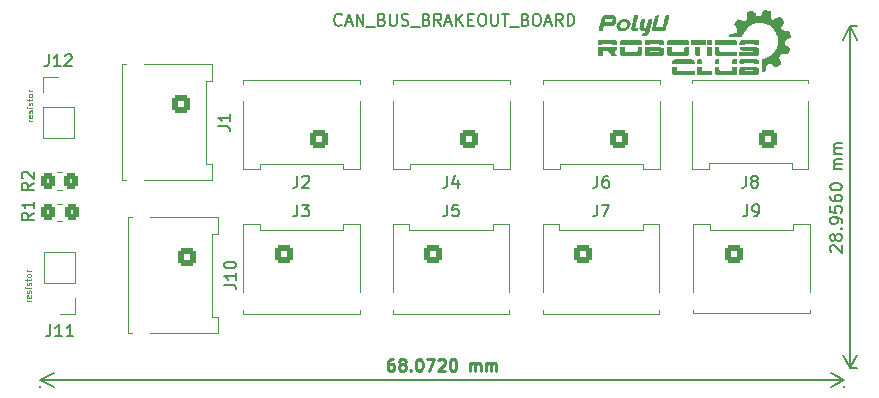
<source format=gto>
G04 #@! TF.GenerationSoftware,KiCad,Pcbnew,6.0.1-79c1e3a40b~116~ubuntu18.04.1*
G04 #@! TF.CreationDate,2022-02-08T11:35:10+08:00*
G04 #@! TF.ProjectId,canbus_board,63616e62-7573-45f6-926f-6172642e6b69,rev?*
G04 #@! TF.SameCoordinates,Original*
G04 #@! TF.FileFunction,Legend,Top*
G04 #@! TF.FilePolarity,Positive*
%FSLAX46Y46*%
G04 Gerber Fmt 4.6, Leading zero omitted, Abs format (unit mm)*
G04 Created by KiCad (PCBNEW 6.0.1-79c1e3a40b~116~ubuntu18.04.1) date 2022-02-08 11:35:10*
%MOMM*%
%LPD*%
G01*
G04 APERTURE LIST*
G04 Aperture macros list*
%AMRoundRect*
0 Rectangle with rounded corners*
0 $1 Rounding radius*
0 $2 $3 $4 $5 $6 $7 $8 $9 X,Y pos of 4 corners*
0 Add a 4 corners polygon primitive as box body*
4,1,4,$2,$3,$4,$5,$6,$7,$8,$9,$2,$3,0*
0 Add four circle primitives for the rounded corners*
1,1,$1+$1,$2,$3*
1,1,$1+$1,$4,$5*
1,1,$1+$1,$6,$7*
1,1,$1+$1,$8,$9*
0 Add four rect primitives between the rounded corners*
20,1,$1+$1,$2,$3,$4,$5,0*
20,1,$1+$1,$4,$5,$6,$7,0*
20,1,$1+$1,$6,$7,$8,$9,0*
20,1,$1+$1,$8,$9,$2,$3,0*%
G04 Aperture macros list end*
%ADD10C,0.250000*%
%ADD11C,0.200000*%
%ADD12C,0.150000*%
%ADD13C,0.125000*%
%ADD14C,0.120000*%
%ADD15C,1.000000*%
%ADD16RoundRect,0.250001X-0.499999X0.499999X-0.499999X-0.499999X0.499999X-0.499999X0.499999X0.499999X0*%
%ADD17C,1.500000*%
%ADD18RoundRect,0.250001X-0.499999X-0.499999X0.499999X-0.499999X0.499999X0.499999X-0.499999X0.499999X0*%
%ADD19RoundRect,0.250001X0.499999X0.499999X-0.499999X0.499999X-0.499999X-0.499999X0.499999X-0.499999X0*%
%ADD20R,1.700000X1.700000*%
%ADD21O,1.700000X1.700000*%
%ADD22RoundRect,0.250000X-0.350000X-0.450000X0.350000X-0.450000X0.350000X0.450000X-0.350000X0.450000X0*%
G04 APERTURE END LIST*
D10*
X86789142Y-65258380D02*
X86598666Y-65258380D01*
X86503428Y-65306000D01*
X86455809Y-65353619D01*
X86360571Y-65496476D01*
X86312952Y-65686952D01*
X86312952Y-66067904D01*
X86360571Y-66163142D01*
X86408190Y-66210761D01*
X86503428Y-66258380D01*
X86693904Y-66258380D01*
X86789142Y-66210761D01*
X86836761Y-66163142D01*
X86884380Y-66067904D01*
X86884380Y-65829809D01*
X86836761Y-65734571D01*
X86789142Y-65686952D01*
X86693904Y-65639333D01*
X86503428Y-65639333D01*
X86408190Y-65686952D01*
X86360571Y-65734571D01*
X86312952Y-65829809D01*
X87455809Y-65686952D02*
X87360571Y-65639333D01*
X87312952Y-65591714D01*
X87265333Y-65496476D01*
X87265333Y-65448857D01*
X87312952Y-65353619D01*
X87360571Y-65306000D01*
X87455809Y-65258380D01*
X87646285Y-65258380D01*
X87741523Y-65306000D01*
X87789142Y-65353619D01*
X87836761Y-65448857D01*
X87836761Y-65496476D01*
X87789142Y-65591714D01*
X87741523Y-65639333D01*
X87646285Y-65686952D01*
X87455809Y-65686952D01*
X87360571Y-65734571D01*
X87312952Y-65782190D01*
X87265333Y-65877428D01*
X87265333Y-66067904D01*
X87312952Y-66163142D01*
X87360571Y-66210761D01*
X87455809Y-66258380D01*
X87646285Y-66258380D01*
X87741523Y-66210761D01*
X87789142Y-66163142D01*
X87836761Y-66067904D01*
X87836761Y-65877428D01*
X87789142Y-65782190D01*
X87741523Y-65734571D01*
X87646285Y-65686952D01*
X88265333Y-66163142D02*
X88312952Y-66210761D01*
X88265333Y-66258380D01*
X88217714Y-66210761D01*
X88265333Y-66163142D01*
X88265333Y-66258380D01*
X88932000Y-65258380D02*
X89027238Y-65258380D01*
X89122476Y-65306000D01*
X89170095Y-65353619D01*
X89217714Y-65448857D01*
X89265333Y-65639333D01*
X89265333Y-65877428D01*
X89217714Y-66067904D01*
X89170095Y-66163142D01*
X89122476Y-66210761D01*
X89027238Y-66258380D01*
X88932000Y-66258380D01*
X88836761Y-66210761D01*
X88789142Y-66163142D01*
X88741523Y-66067904D01*
X88693904Y-65877428D01*
X88693904Y-65639333D01*
X88741523Y-65448857D01*
X88789142Y-65353619D01*
X88836761Y-65306000D01*
X88932000Y-65258380D01*
X89598666Y-65258380D02*
X90265333Y-65258380D01*
X89836761Y-66258380D01*
X90598666Y-65353619D02*
X90646285Y-65306000D01*
X90741523Y-65258380D01*
X90979619Y-65258380D01*
X91074857Y-65306000D01*
X91122476Y-65353619D01*
X91170095Y-65448857D01*
X91170095Y-65544095D01*
X91122476Y-65686952D01*
X90551047Y-66258380D01*
X91170095Y-66258380D01*
X91789142Y-65258380D02*
X91884380Y-65258380D01*
X91979619Y-65306000D01*
X92027238Y-65353619D01*
X92074857Y-65448857D01*
X92122476Y-65639333D01*
X92122476Y-65877428D01*
X92074857Y-66067904D01*
X92027238Y-66163142D01*
X91979619Y-66210761D01*
X91884380Y-66258380D01*
X91789142Y-66258380D01*
X91693904Y-66210761D01*
X91646285Y-66163142D01*
X91598666Y-66067904D01*
X91551047Y-65877428D01*
X91551047Y-65639333D01*
X91598666Y-65448857D01*
X91646285Y-65353619D01*
X91693904Y-65306000D01*
X91789142Y-65258380D01*
X93312952Y-66258380D02*
X93312952Y-65591714D01*
X93312952Y-65686952D02*
X93360571Y-65639333D01*
X93455809Y-65591714D01*
X93598666Y-65591714D01*
X93693904Y-65639333D01*
X93741523Y-65734571D01*
X93741523Y-66258380D01*
X93741523Y-65734571D02*
X93789142Y-65639333D01*
X93884380Y-65591714D01*
X94027238Y-65591714D01*
X94122476Y-65639333D01*
X94170095Y-65734571D01*
X94170095Y-66258380D01*
X94646285Y-66258380D02*
X94646285Y-65591714D01*
X94646285Y-65686952D02*
X94693904Y-65639333D01*
X94789142Y-65591714D01*
X94932000Y-65591714D01*
X95027238Y-65639333D01*
X95074857Y-65734571D01*
X95074857Y-66258380D01*
X95074857Y-65734571D02*
X95122476Y-65639333D01*
X95217714Y-65591714D01*
X95360571Y-65591714D01*
X95455809Y-65639333D01*
X95503428Y-65734571D01*
X95503428Y-66258380D01*
D11*
X124968000Y-67556000D02*
X124968000Y-67642420D01*
X56896000Y-67556000D02*
X56896000Y-67642420D01*
X124968000Y-67056000D02*
X56896000Y-67056000D01*
X124968000Y-67056000D02*
X56896000Y-67056000D01*
X124968000Y-67056000D02*
X123841496Y-66469579D01*
X124968000Y-67056000D02*
X123841496Y-67642421D01*
X56896000Y-67056000D02*
X58022504Y-67642421D01*
X56896000Y-67056000D02*
X58022504Y-66469579D01*
D12*
X82400380Y-36933142D02*
X82352761Y-36980761D01*
X82209904Y-37028380D01*
X82114666Y-37028380D01*
X81971809Y-36980761D01*
X81876571Y-36885523D01*
X81828952Y-36790285D01*
X81781333Y-36599809D01*
X81781333Y-36456952D01*
X81828952Y-36266476D01*
X81876571Y-36171238D01*
X81971809Y-36076000D01*
X82114666Y-36028380D01*
X82209904Y-36028380D01*
X82352761Y-36076000D01*
X82400380Y-36123619D01*
X82781333Y-36742666D02*
X83257523Y-36742666D01*
X82686095Y-37028380D02*
X83019428Y-36028380D01*
X83352761Y-37028380D01*
X83686095Y-37028380D02*
X83686095Y-36028380D01*
X84257523Y-37028380D01*
X84257523Y-36028380D01*
X84495619Y-37123619D02*
X85257523Y-37123619D01*
X85828952Y-36504571D02*
X85971809Y-36552190D01*
X86019428Y-36599809D01*
X86067047Y-36695047D01*
X86067047Y-36837904D01*
X86019428Y-36933142D01*
X85971809Y-36980761D01*
X85876571Y-37028380D01*
X85495619Y-37028380D01*
X85495619Y-36028380D01*
X85828952Y-36028380D01*
X85924190Y-36076000D01*
X85971809Y-36123619D01*
X86019428Y-36218857D01*
X86019428Y-36314095D01*
X85971809Y-36409333D01*
X85924190Y-36456952D01*
X85828952Y-36504571D01*
X85495619Y-36504571D01*
X86495619Y-36028380D02*
X86495619Y-36837904D01*
X86543238Y-36933142D01*
X86590857Y-36980761D01*
X86686095Y-37028380D01*
X86876571Y-37028380D01*
X86971809Y-36980761D01*
X87019428Y-36933142D01*
X87067047Y-36837904D01*
X87067047Y-36028380D01*
X87495619Y-36980761D02*
X87638476Y-37028380D01*
X87876571Y-37028380D01*
X87971809Y-36980761D01*
X88019428Y-36933142D01*
X88067047Y-36837904D01*
X88067047Y-36742666D01*
X88019428Y-36647428D01*
X87971809Y-36599809D01*
X87876571Y-36552190D01*
X87686095Y-36504571D01*
X87590857Y-36456952D01*
X87543238Y-36409333D01*
X87495619Y-36314095D01*
X87495619Y-36218857D01*
X87543238Y-36123619D01*
X87590857Y-36076000D01*
X87686095Y-36028380D01*
X87924190Y-36028380D01*
X88067047Y-36076000D01*
X88257523Y-37123619D02*
X89019428Y-37123619D01*
X89590857Y-36504571D02*
X89733714Y-36552190D01*
X89781333Y-36599809D01*
X89828952Y-36695047D01*
X89828952Y-36837904D01*
X89781333Y-36933142D01*
X89733714Y-36980761D01*
X89638476Y-37028380D01*
X89257523Y-37028380D01*
X89257523Y-36028380D01*
X89590857Y-36028380D01*
X89686095Y-36076000D01*
X89733714Y-36123619D01*
X89781333Y-36218857D01*
X89781333Y-36314095D01*
X89733714Y-36409333D01*
X89686095Y-36456952D01*
X89590857Y-36504571D01*
X89257523Y-36504571D01*
X90828952Y-37028380D02*
X90495619Y-36552190D01*
X90257523Y-37028380D02*
X90257523Y-36028380D01*
X90638476Y-36028380D01*
X90733714Y-36076000D01*
X90781333Y-36123619D01*
X90828952Y-36218857D01*
X90828952Y-36361714D01*
X90781333Y-36456952D01*
X90733714Y-36504571D01*
X90638476Y-36552190D01*
X90257523Y-36552190D01*
X91209904Y-36742666D02*
X91686095Y-36742666D01*
X91114666Y-37028380D02*
X91447999Y-36028380D01*
X91781333Y-37028380D01*
X92114666Y-37028380D02*
X92114666Y-36028380D01*
X92686095Y-37028380D02*
X92257523Y-36456952D01*
X92686095Y-36028380D02*
X92114666Y-36599809D01*
X93114666Y-36504571D02*
X93447999Y-36504571D01*
X93590857Y-37028380D02*
X93114666Y-37028380D01*
X93114666Y-36028380D01*
X93590857Y-36028380D01*
X94209904Y-36028380D02*
X94400380Y-36028380D01*
X94495619Y-36076000D01*
X94590857Y-36171238D01*
X94638476Y-36361714D01*
X94638476Y-36695047D01*
X94590857Y-36885523D01*
X94495619Y-36980761D01*
X94400380Y-37028380D01*
X94209904Y-37028380D01*
X94114666Y-36980761D01*
X94019428Y-36885523D01*
X93971809Y-36695047D01*
X93971809Y-36361714D01*
X94019428Y-36171238D01*
X94114666Y-36076000D01*
X94209904Y-36028380D01*
X95067047Y-36028380D02*
X95067047Y-36837904D01*
X95114666Y-36933142D01*
X95162285Y-36980761D01*
X95257523Y-37028380D01*
X95447999Y-37028380D01*
X95543238Y-36980761D01*
X95590857Y-36933142D01*
X95638476Y-36837904D01*
X95638476Y-36028380D01*
X95971809Y-36028380D02*
X96543238Y-36028380D01*
X96257523Y-37028380D02*
X96257523Y-36028380D01*
X96638476Y-37123619D02*
X97400380Y-37123619D01*
X97971809Y-36504571D02*
X98114666Y-36552190D01*
X98162285Y-36599809D01*
X98209904Y-36695047D01*
X98209904Y-36837904D01*
X98162285Y-36933142D01*
X98114666Y-36980761D01*
X98019428Y-37028380D01*
X97638476Y-37028380D01*
X97638476Y-36028380D01*
X97971809Y-36028380D01*
X98067047Y-36076000D01*
X98114666Y-36123619D01*
X98162285Y-36218857D01*
X98162285Y-36314095D01*
X98114666Y-36409333D01*
X98067047Y-36456952D01*
X97971809Y-36504571D01*
X97638476Y-36504571D01*
X98828952Y-36028380D02*
X99019428Y-36028380D01*
X99114666Y-36076000D01*
X99209904Y-36171238D01*
X99257523Y-36361714D01*
X99257523Y-36695047D01*
X99209904Y-36885523D01*
X99114666Y-36980761D01*
X99019428Y-37028380D01*
X98828952Y-37028380D01*
X98733714Y-36980761D01*
X98638476Y-36885523D01*
X98590857Y-36695047D01*
X98590857Y-36361714D01*
X98638476Y-36171238D01*
X98733714Y-36076000D01*
X98828952Y-36028380D01*
X99638476Y-36742666D02*
X100114666Y-36742666D01*
X99543238Y-37028380D02*
X99876571Y-36028380D01*
X100209904Y-37028380D01*
X101114666Y-37028380D02*
X100781333Y-36552190D01*
X100543238Y-37028380D02*
X100543238Y-36028380D01*
X100924190Y-36028380D01*
X101019428Y-36076000D01*
X101067047Y-36123619D01*
X101114666Y-36218857D01*
X101114666Y-36361714D01*
X101067047Y-36456952D01*
X101019428Y-36504571D01*
X100924190Y-36552190D01*
X100543238Y-36552190D01*
X101543238Y-37028380D02*
X101543238Y-36028380D01*
X101781333Y-36028380D01*
X101924190Y-36076000D01*
X102019428Y-36171238D01*
X102067047Y-36266476D01*
X102114666Y-36456952D01*
X102114666Y-36599809D01*
X102067047Y-36790285D01*
X102019428Y-36885523D01*
X101924190Y-36980761D01*
X101781333Y-37028380D01*
X101543238Y-37028380D01*
X123873619Y-56181047D02*
X123826000Y-56133428D01*
X123778380Y-56038190D01*
X123778380Y-55800095D01*
X123826000Y-55704857D01*
X123873619Y-55657238D01*
X123968857Y-55609619D01*
X124064095Y-55609619D01*
X124206952Y-55657238D01*
X124778380Y-56228666D01*
X124778380Y-55609619D01*
X124206952Y-55038190D02*
X124159333Y-55133428D01*
X124111714Y-55181047D01*
X124016476Y-55228666D01*
X123968857Y-55228666D01*
X123873619Y-55181047D01*
X123826000Y-55133428D01*
X123778380Y-55038190D01*
X123778380Y-54847714D01*
X123826000Y-54752476D01*
X123873619Y-54704857D01*
X123968857Y-54657238D01*
X124016476Y-54657238D01*
X124111714Y-54704857D01*
X124159333Y-54752476D01*
X124206952Y-54847714D01*
X124206952Y-55038190D01*
X124254571Y-55133428D01*
X124302190Y-55181047D01*
X124397428Y-55228666D01*
X124587904Y-55228666D01*
X124683142Y-55181047D01*
X124730761Y-55133428D01*
X124778380Y-55038190D01*
X124778380Y-54847714D01*
X124730761Y-54752476D01*
X124683142Y-54704857D01*
X124587904Y-54657238D01*
X124397428Y-54657238D01*
X124302190Y-54704857D01*
X124254571Y-54752476D01*
X124206952Y-54847714D01*
X124683142Y-54228666D02*
X124730761Y-54181047D01*
X124778380Y-54228666D01*
X124730761Y-54276285D01*
X124683142Y-54228666D01*
X124778380Y-54228666D01*
X124778380Y-53704857D02*
X124778380Y-53514380D01*
X124730761Y-53419142D01*
X124683142Y-53371523D01*
X124540285Y-53276285D01*
X124349809Y-53228666D01*
X123968857Y-53228666D01*
X123873619Y-53276285D01*
X123826000Y-53323904D01*
X123778380Y-53419142D01*
X123778380Y-53609619D01*
X123826000Y-53704857D01*
X123873619Y-53752476D01*
X123968857Y-53800095D01*
X124206952Y-53800095D01*
X124302190Y-53752476D01*
X124349809Y-53704857D01*
X124397428Y-53609619D01*
X124397428Y-53419142D01*
X124349809Y-53323904D01*
X124302190Y-53276285D01*
X124206952Y-53228666D01*
X123778380Y-52323904D02*
X123778380Y-52800095D01*
X124254571Y-52847714D01*
X124206952Y-52800095D01*
X124159333Y-52704857D01*
X124159333Y-52466761D01*
X124206952Y-52371523D01*
X124254571Y-52323904D01*
X124349809Y-52276285D01*
X124587904Y-52276285D01*
X124683142Y-52323904D01*
X124730761Y-52371523D01*
X124778380Y-52466761D01*
X124778380Y-52704857D01*
X124730761Y-52800095D01*
X124683142Y-52847714D01*
X123778380Y-51419142D02*
X123778380Y-51609619D01*
X123826000Y-51704857D01*
X123873619Y-51752476D01*
X124016476Y-51847714D01*
X124206952Y-51895333D01*
X124587904Y-51895333D01*
X124683142Y-51847714D01*
X124730761Y-51800095D01*
X124778380Y-51704857D01*
X124778380Y-51514380D01*
X124730761Y-51419142D01*
X124683142Y-51371523D01*
X124587904Y-51323904D01*
X124349809Y-51323904D01*
X124254571Y-51371523D01*
X124206952Y-51419142D01*
X124159333Y-51514380D01*
X124159333Y-51704857D01*
X124206952Y-51800095D01*
X124254571Y-51847714D01*
X124349809Y-51895333D01*
X123778380Y-50704857D02*
X123778380Y-50609619D01*
X123826000Y-50514380D01*
X123873619Y-50466761D01*
X123968857Y-50419142D01*
X124159333Y-50371523D01*
X124397428Y-50371523D01*
X124587904Y-50419142D01*
X124683142Y-50466761D01*
X124730761Y-50514380D01*
X124778380Y-50609619D01*
X124778380Y-50704857D01*
X124730761Y-50800095D01*
X124683142Y-50847714D01*
X124587904Y-50895333D01*
X124397428Y-50942952D01*
X124159333Y-50942952D01*
X123968857Y-50895333D01*
X123873619Y-50847714D01*
X123826000Y-50800095D01*
X123778380Y-50704857D01*
X124778380Y-49181047D02*
X124111714Y-49181047D01*
X124206952Y-49181047D02*
X124159333Y-49133428D01*
X124111714Y-49038190D01*
X124111714Y-48895333D01*
X124159333Y-48800095D01*
X124254571Y-48752476D01*
X124778380Y-48752476D01*
X124254571Y-48752476D02*
X124159333Y-48704857D01*
X124111714Y-48609619D01*
X124111714Y-48466761D01*
X124159333Y-48371523D01*
X124254571Y-48323904D01*
X124778380Y-48323904D01*
X124778380Y-47847714D02*
X124111714Y-47847714D01*
X124206952Y-47847714D02*
X124159333Y-47800095D01*
X124111714Y-47704857D01*
X124111714Y-47562000D01*
X124159333Y-47466761D01*
X124254571Y-47419142D01*
X124778380Y-47419142D01*
X124254571Y-47419142D02*
X124159333Y-47371523D01*
X124111714Y-47276285D01*
X124111714Y-47133428D01*
X124159333Y-47038190D01*
X124254571Y-46990571D01*
X124778380Y-46990571D01*
X125468000Y-37084000D02*
X126062420Y-37084000D01*
X125468000Y-66040000D02*
X126062420Y-66040000D01*
X125476000Y-37084000D02*
X125476000Y-66040000D01*
X125476000Y-37084000D02*
X125476000Y-66040000D01*
X125476000Y-37084000D02*
X124889579Y-38210504D01*
X125476000Y-37084000D02*
X126062421Y-38210504D01*
X125476000Y-66040000D02*
X126062421Y-64913496D01*
X125476000Y-66040000D02*
X124889579Y-64913496D01*
X72464380Y-58951523D02*
X73178666Y-58951523D01*
X73321523Y-58999142D01*
X73416761Y-59094380D01*
X73464380Y-59237238D01*
X73464380Y-59332476D01*
X73464380Y-57951523D02*
X73464380Y-58522952D01*
X73464380Y-58237238D02*
X72464380Y-58237238D01*
X72607238Y-58332476D01*
X72702476Y-58427714D01*
X72750095Y-58522952D01*
X72464380Y-57332476D02*
X72464380Y-57237238D01*
X72512000Y-57142000D01*
X72559619Y-57094380D01*
X72654857Y-57046761D01*
X72845333Y-56999142D01*
X73083428Y-56999142D01*
X73273904Y-57046761D01*
X73369142Y-57094380D01*
X73416761Y-57142000D01*
X73464380Y-57237238D01*
X73464380Y-57332476D01*
X73416761Y-57427714D01*
X73369142Y-57475333D01*
X73273904Y-57522952D01*
X73083428Y-57570571D01*
X72845333Y-57570571D01*
X72654857Y-57522952D01*
X72559619Y-57475333D01*
X72512000Y-57427714D01*
X72464380Y-57332476D01*
X104036666Y-52170380D02*
X104036666Y-52884666D01*
X103989047Y-53027523D01*
X103893809Y-53122761D01*
X103750952Y-53170380D01*
X103655714Y-53170380D01*
X104417619Y-52170380D02*
X105084285Y-52170380D01*
X104655714Y-53170380D01*
X91336666Y-52170380D02*
X91336666Y-52884666D01*
X91289047Y-53027523D01*
X91193809Y-53122761D01*
X91050952Y-53170380D01*
X90955714Y-53170380D01*
X92289047Y-52170380D02*
X91812857Y-52170380D01*
X91765238Y-52646571D01*
X91812857Y-52598952D01*
X91908095Y-52551333D01*
X92146190Y-52551333D01*
X92241428Y-52598952D01*
X92289047Y-52646571D01*
X92336666Y-52741809D01*
X92336666Y-52979904D01*
X92289047Y-53075142D01*
X92241428Y-53122761D01*
X92146190Y-53170380D01*
X91908095Y-53170380D01*
X91812857Y-53122761D01*
X91765238Y-53075142D01*
X104060666Y-49741380D02*
X104060666Y-50455666D01*
X104013047Y-50598523D01*
X103917809Y-50693761D01*
X103774952Y-50741380D01*
X103679714Y-50741380D01*
X104965428Y-49741380D02*
X104774952Y-49741380D01*
X104679714Y-49789000D01*
X104632095Y-49836619D01*
X104536857Y-49979476D01*
X104489238Y-50169952D01*
X104489238Y-50550904D01*
X104536857Y-50646142D01*
X104584476Y-50693761D01*
X104679714Y-50741380D01*
X104870190Y-50741380D01*
X104965428Y-50693761D01*
X105013047Y-50646142D01*
X105060666Y-50550904D01*
X105060666Y-50312809D01*
X105013047Y-50217571D01*
X104965428Y-50169952D01*
X104870190Y-50122333D01*
X104679714Y-50122333D01*
X104584476Y-50169952D01*
X104536857Y-50217571D01*
X104489238Y-50312809D01*
X57610476Y-39457380D02*
X57610476Y-40171666D01*
X57562857Y-40314523D01*
X57467619Y-40409761D01*
X57324761Y-40457380D01*
X57229523Y-40457380D01*
X58610476Y-40457380D02*
X58039047Y-40457380D01*
X58324761Y-40457380D02*
X58324761Y-39457380D01*
X58229523Y-39600238D01*
X58134285Y-39695476D01*
X58039047Y-39743095D01*
X58991428Y-39552619D02*
X59039047Y-39505000D01*
X59134285Y-39457380D01*
X59372380Y-39457380D01*
X59467619Y-39505000D01*
X59515238Y-39552619D01*
X59562857Y-39647857D01*
X59562857Y-39743095D01*
X59515238Y-39885952D01*
X58943809Y-40457380D01*
X59562857Y-40457380D01*
D13*
X56233190Y-45112619D02*
X55899857Y-45112619D01*
X55995095Y-45112619D02*
X55947476Y-45088809D01*
X55923666Y-45065000D01*
X55899857Y-45017380D01*
X55899857Y-44969761D01*
X56209380Y-44612619D02*
X56233190Y-44660238D01*
X56233190Y-44755476D01*
X56209380Y-44803095D01*
X56161761Y-44826904D01*
X55971285Y-44826904D01*
X55923666Y-44803095D01*
X55899857Y-44755476D01*
X55899857Y-44660238D01*
X55923666Y-44612619D01*
X55971285Y-44588809D01*
X56018904Y-44588809D01*
X56066523Y-44826904D01*
X56209380Y-44398333D02*
X56233190Y-44350714D01*
X56233190Y-44255476D01*
X56209380Y-44207857D01*
X56161761Y-44184047D01*
X56137952Y-44184047D01*
X56090333Y-44207857D01*
X56066523Y-44255476D01*
X56066523Y-44326904D01*
X56042714Y-44374523D01*
X55995095Y-44398333D01*
X55971285Y-44398333D01*
X55923666Y-44374523D01*
X55899857Y-44326904D01*
X55899857Y-44255476D01*
X55923666Y-44207857D01*
X56233190Y-43969761D02*
X55899857Y-43969761D01*
X55733190Y-43969761D02*
X55757000Y-43993571D01*
X55780809Y-43969761D01*
X55757000Y-43945952D01*
X55733190Y-43969761D01*
X55780809Y-43969761D01*
X56209380Y-43755476D02*
X56233190Y-43707857D01*
X56233190Y-43612619D01*
X56209380Y-43565000D01*
X56161761Y-43541190D01*
X56137952Y-43541190D01*
X56090333Y-43565000D01*
X56066523Y-43612619D01*
X56066523Y-43684047D01*
X56042714Y-43731666D01*
X55995095Y-43755476D01*
X55971285Y-43755476D01*
X55923666Y-43731666D01*
X55899857Y-43684047D01*
X55899857Y-43612619D01*
X55923666Y-43565000D01*
X55899857Y-43398333D02*
X55899857Y-43207857D01*
X55733190Y-43326904D02*
X56161761Y-43326904D01*
X56209380Y-43303095D01*
X56233190Y-43255476D01*
X56233190Y-43207857D01*
X56233190Y-42969761D02*
X56209380Y-43017380D01*
X56185571Y-43041190D01*
X56137952Y-43065000D01*
X55995095Y-43065000D01*
X55947476Y-43041190D01*
X55923666Y-43017380D01*
X55899857Y-42969761D01*
X55899857Y-42898333D01*
X55923666Y-42850714D01*
X55947476Y-42826904D01*
X55995095Y-42803095D01*
X56137952Y-42803095D01*
X56185571Y-42826904D01*
X56209380Y-42850714D01*
X56233190Y-42898333D01*
X56233190Y-42969761D01*
X56233190Y-42588809D02*
X55899857Y-42588809D01*
X55995095Y-42588809D02*
X55947476Y-42565000D01*
X55923666Y-42541190D01*
X55899857Y-42493571D01*
X55899857Y-42445952D01*
D12*
X116657666Y-49731380D02*
X116657666Y-50445666D01*
X116610047Y-50588523D01*
X116514809Y-50683761D01*
X116371952Y-50731380D01*
X116276714Y-50731380D01*
X117276714Y-50159952D02*
X117181476Y-50112333D01*
X117133857Y-50064714D01*
X117086238Y-49969476D01*
X117086238Y-49921857D01*
X117133857Y-49826619D01*
X117181476Y-49779000D01*
X117276714Y-49731380D01*
X117467190Y-49731380D01*
X117562428Y-49779000D01*
X117610047Y-49826619D01*
X117657666Y-49921857D01*
X117657666Y-49969476D01*
X117610047Y-50064714D01*
X117562428Y-50112333D01*
X117467190Y-50159952D01*
X117276714Y-50159952D01*
X117181476Y-50207571D01*
X117133857Y-50255190D01*
X117086238Y-50350428D01*
X117086238Y-50540904D01*
X117133857Y-50636142D01*
X117181476Y-50683761D01*
X117276714Y-50731380D01*
X117467190Y-50731380D01*
X117562428Y-50683761D01*
X117610047Y-50636142D01*
X117657666Y-50540904D01*
X117657666Y-50350428D01*
X117610047Y-50255190D01*
X117562428Y-50207571D01*
X117467190Y-50159952D01*
X56332380Y-52871666D02*
X55856190Y-53205000D01*
X56332380Y-53443095D02*
X55332380Y-53443095D01*
X55332380Y-53062142D01*
X55380000Y-52966904D01*
X55427619Y-52919285D01*
X55522857Y-52871666D01*
X55665714Y-52871666D01*
X55760952Y-52919285D01*
X55808571Y-52966904D01*
X55856190Y-53062142D01*
X55856190Y-53443095D01*
X56332380Y-51919285D02*
X56332380Y-52490714D01*
X56332380Y-52205000D02*
X55332380Y-52205000D01*
X55475238Y-52300238D01*
X55570476Y-52395476D01*
X55618095Y-52490714D01*
X78660666Y-52170380D02*
X78660666Y-52884666D01*
X78613047Y-53027523D01*
X78517809Y-53122761D01*
X78374952Y-53170380D01*
X78279714Y-53170380D01*
X79041619Y-52170380D02*
X79660666Y-52170380D01*
X79327333Y-52551333D01*
X79470190Y-52551333D01*
X79565428Y-52598952D01*
X79613047Y-52646571D01*
X79660666Y-52741809D01*
X79660666Y-52979904D01*
X79613047Y-53075142D01*
X79565428Y-53122761D01*
X79470190Y-53170380D01*
X79184476Y-53170380D01*
X79089238Y-53122761D01*
X79041619Y-53075142D01*
X116760666Y-52160380D02*
X116760666Y-52874666D01*
X116713047Y-53017523D01*
X116617809Y-53112761D01*
X116474952Y-53160380D01*
X116379714Y-53160380D01*
X117284476Y-53160380D02*
X117474952Y-53160380D01*
X117570190Y-53112761D01*
X117617809Y-53065142D01*
X117713047Y-52922285D01*
X117760666Y-52731809D01*
X117760666Y-52350857D01*
X117713047Y-52255619D01*
X117665428Y-52208000D01*
X117570190Y-52160380D01*
X117379714Y-52160380D01*
X117284476Y-52208000D01*
X117236857Y-52255619D01*
X117189238Y-52350857D01*
X117189238Y-52588952D01*
X117236857Y-52684190D01*
X117284476Y-52731809D01*
X117379714Y-52779428D01*
X117570190Y-52779428D01*
X117665428Y-52731809D01*
X117713047Y-52684190D01*
X117760666Y-52588952D01*
X71956380Y-45521333D02*
X72670666Y-45521333D01*
X72813523Y-45568952D01*
X72908761Y-45664190D01*
X72956380Y-45807047D01*
X72956380Y-45902285D01*
X72956380Y-44521333D02*
X72956380Y-45092761D01*
X72956380Y-44807047D02*
X71956380Y-44807047D01*
X72099238Y-44902285D01*
X72194476Y-44997523D01*
X72242095Y-45092761D01*
X78660666Y-49741380D02*
X78660666Y-50455666D01*
X78613047Y-50598523D01*
X78517809Y-50693761D01*
X78374952Y-50741380D01*
X78279714Y-50741380D01*
X79089238Y-49836619D02*
X79136857Y-49789000D01*
X79232095Y-49741380D01*
X79470190Y-49741380D01*
X79565428Y-49789000D01*
X79613047Y-49836619D01*
X79660666Y-49931857D01*
X79660666Y-50027095D01*
X79613047Y-50169952D01*
X79041619Y-50741380D01*
X79660666Y-50741380D01*
X91360666Y-49741380D02*
X91360666Y-50455666D01*
X91313047Y-50598523D01*
X91217809Y-50693761D01*
X91074952Y-50741380D01*
X90979714Y-50741380D01*
X92265428Y-50074714D02*
X92265428Y-50741380D01*
X92027333Y-49693761D02*
X91789238Y-50408047D01*
X92408285Y-50408047D01*
X56332380Y-50331666D02*
X55856190Y-50665000D01*
X56332380Y-50903095D02*
X55332380Y-50903095D01*
X55332380Y-50522142D01*
X55380000Y-50426904D01*
X55427619Y-50379285D01*
X55522857Y-50331666D01*
X55665714Y-50331666D01*
X55760952Y-50379285D01*
X55808571Y-50426904D01*
X55856190Y-50522142D01*
X55856190Y-50903095D01*
X55427619Y-49950714D02*
X55380000Y-49903095D01*
X55332380Y-49807857D01*
X55332380Y-49569761D01*
X55380000Y-49474523D01*
X55427619Y-49426904D01*
X55522857Y-49379285D01*
X55618095Y-49379285D01*
X55760952Y-49426904D01*
X56332380Y-49998333D01*
X56332380Y-49379285D01*
X57737476Y-62317380D02*
X57737476Y-63031666D01*
X57689857Y-63174523D01*
X57594619Y-63269761D01*
X57451761Y-63317380D01*
X57356523Y-63317380D01*
X58737476Y-63317380D02*
X58166047Y-63317380D01*
X58451761Y-63317380D02*
X58451761Y-62317380D01*
X58356523Y-62460238D01*
X58261285Y-62555476D01*
X58166047Y-62603095D01*
X59689857Y-63317380D02*
X59118428Y-63317380D01*
X59404142Y-63317380D02*
X59404142Y-62317380D01*
X59308904Y-62460238D01*
X59213666Y-62555476D01*
X59118428Y-62603095D01*
D13*
X56106190Y-60352619D02*
X55772857Y-60352619D01*
X55868095Y-60352619D02*
X55820476Y-60328809D01*
X55796666Y-60305000D01*
X55772857Y-60257380D01*
X55772857Y-60209761D01*
X56082380Y-59852619D02*
X56106190Y-59900238D01*
X56106190Y-59995476D01*
X56082380Y-60043095D01*
X56034761Y-60066904D01*
X55844285Y-60066904D01*
X55796666Y-60043095D01*
X55772857Y-59995476D01*
X55772857Y-59900238D01*
X55796666Y-59852619D01*
X55844285Y-59828809D01*
X55891904Y-59828809D01*
X55939523Y-60066904D01*
X56082380Y-59638333D02*
X56106190Y-59590714D01*
X56106190Y-59495476D01*
X56082380Y-59447857D01*
X56034761Y-59424047D01*
X56010952Y-59424047D01*
X55963333Y-59447857D01*
X55939523Y-59495476D01*
X55939523Y-59566904D01*
X55915714Y-59614523D01*
X55868095Y-59638333D01*
X55844285Y-59638333D01*
X55796666Y-59614523D01*
X55772857Y-59566904D01*
X55772857Y-59495476D01*
X55796666Y-59447857D01*
X56106190Y-59209761D02*
X55772857Y-59209761D01*
X55606190Y-59209761D02*
X55630000Y-59233571D01*
X55653809Y-59209761D01*
X55630000Y-59185952D01*
X55606190Y-59209761D01*
X55653809Y-59209761D01*
X56082380Y-58995476D02*
X56106190Y-58947857D01*
X56106190Y-58852619D01*
X56082380Y-58805000D01*
X56034761Y-58781190D01*
X56010952Y-58781190D01*
X55963333Y-58805000D01*
X55939523Y-58852619D01*
X55939523Y-58924047D01*
X55915714Y-58971666D01*
X55868095Y-58995476D01*
X55844285Y-58995476D01*
X55796666Y-58971666D01*
X55772857Y-58924047D01*
X55772857Y-58852619D01*
X55796666Y-58805000D01*
X55772857Y-58638333D02*
X55772857Y-58447857D01*
X55606190Y-58566904D02*
X56034761Y-58566904D01*
X56082380Y-58543095D01*
X56106190Y-58495476D01*
X56106190Y-58447857D01*
X56106190Y-58209761D02*
X56082380Y-58257380D01*
X56058571Y-58281190D01*
X56010952Y-58305000D01*
X55868095Y-58305000D01*
X55820476Y-58281190D01*
X55796666Y-58257380D01*
X55772857Y-58209761D01*
X55772857Y-58138333D01*
X55796666Y-58090714D01*
X55820476Y-58066904D01*
X55868095Y-58043095D01*
X56010952Y-58043095D01*
X56058571Y-58066904D01*
X56082380Y-58090714D01*
X56106190Y-58138333D01*
X56106190Y-58209761D01*
X56106190Y-57828809D02*
X55772857Y-57828809D01*
X55868095Y-57828809D02*
X55820476Y-57805000D01*
X55796666Y-57781190D01*
X55772857Y-57733571D01*
X55772857Y-57685952D01*
G36*
X107172346Y-38225666D02*
G01*
X107390011Y-38228664D01*
X107557292Y-38235974D01*
X107680822Y-38249492D01*
X107767239Y-38271110D01*
X107823177Y-38302724D01*
X107855272Y-38346226D01*
X107870161Y-38403510D01*
X107874479Y-38476471D01*
X107874713Y-38503946D01*
X107875201Y-38639391D01*
X105965426Y-38639391D01*
X105965426Y-38481851D01*
X105966703Y-38408129D01*
X105975059Y-38350070D01*
X105997286Y-38305803D01*
X106040176Y-38273459D01*
X106110519Y-38251166D01*
X106215106Y-38237055D01*
X106360729Y-38229254D01*
X106554179Y-38225894D01*
X106802246Y-38225103D01*
X106897659Y-38225088D01*
X107172346Y-38225666D01*
G37*
G36*
X112776955Y-39209633D02*
G01*
X112775467Y-39367220D01*
X112770000Y-39472054D01*
X112759052Y-39535071D01*
X112741121Y-39567207D01*
X112726607Y-39576132D01*
X112649530Y-39589456D01*
X112543096Y-39590111D01*
X112440280Y-39578379D01*
X112418872Y-39573508D01*
X112394131Y-39559908D01*
X112377922Y-39527072D01*
X112368513Y-39463725D01*
X112364174Y-39358590D01*
X112363171Y-39210706D01*
X112363171Y-38862478D01*
X112776955Y-38862478D01*
X112776955Y-39209633D01*
G37*
G36*
X110813052Y-40666685D02*
G01*
X110830103Y-40770343D01*
X110854480Y-40847488D01*
X110873352Y-40874750D01*
X110916277Y-40882532D01*
X111012977Y-40889451D01*
X111153569Y-40895144D01*
X111328170Y-40899250D01*
X111526896Y-40901406D01*
X111607218Y-40901639D01*
X112299511Y-40902127D01*
X112299511Y-41220822D01*
X111448070Y-41218802D01*
X111218223Y-41217241D01*
X111006649Y-41213877D01*
X110822507Y-41209010D01*
X110674959Y-41202938D01*
X110573165Y-41195961D01*
X110527093Y-41188730D01*
X110461584Y-41146921D01*
X110419966Y-41077705D01*
X110398909Y-40970314D01*
X110395081Y-40813980D01*
X110396412Y-40766377D01*
X110405652Y-40503758D01*
X110599989Y-40494389D01*
X110794326Y-40485021D01*
X110813052Y-40666685D01*
G37*
G36*
X111170261Y-38225403D02*
G01*
X111384563Y-38227550D01*
X111548627Y-38233335D01*
X111669162Y-38244562D01*
X111752879Y-38263034D01*
X111806488Y-38290556D01*
X111836699Y-38328933D01*
X111850222Y-38379968D01*
X111853769Y-38445467D01*
X111853897Y-38481851D01*
X111853897Y-38639391D01*
X109944123Y-38639391D01*
X109944123Y-38481851D01*
X109945294Y-38408913D01*
X109953281Y-38351289D01*
X109974795Y-38307173D01*
X110016545Y-38274762D01*
X110085242Y-38252251D01*
X110187595Y-38237836D01*
X110330316Y-38229712D01*
X110520114Y-38226076D01*
X110763700Y-38225122D01*
X110899010Y-38225088D01*
X111170261Y-38225403D01*
G37*
G36*
X112920188Y-40503758D02*
G01*
X112929664Y-40702942D01*
X112939141Y-40902127D01*
X113795501Y-40902127D01*
X113795501Y-41220822D01*
X112522318Y-41220822D01*
X112522318Y-40484782D01*
X112920188Y-40503758D01*
G37*
G36*
X104395321Y-36506264D02*
G01*
X104432414Y-36374852D01*
X104460996Y-36285157D01*
X104474884Y-36252287D01*
X104517493Y-36201499D01*
X104578676Y-36165300D01*
X104668521Y-36141488D01*
X104797118Y-36127863D01*
X104974555Y-36122221D01*
X105073254Y-36121700D01*
X105242505Y-36122310D01*
X105360945Y-36125532D01*
X105441417Y-36133452D01*
X105496767Y-36148158D01*
X105539840Y-36171736D01*
X105581029Y-36204207D01*
X105641242Y-36270487D01*
X105672920Y-36351430D01*
X105677349Y-36459525D01*
X105655812Y-36607258D01*
X105633152Y-36710835D01*
X105599595Y-36833708D01*
X105558730Y-36922402D01*
X105500337Y-36982413D01*
X105414193Y-37019236D01*
X105290081Y-37038368D01*
X105117778Y-37045304D01*
X105009991Y-37045916D01*
X104599208Y-37045916D01*
X104566601Y-37167163D01*
X104538763Y-37277802D01*
X104515068Y-37383248D01*
X104513651Y-37390249D01*
X104498584Y-37448766D01*
X104471862Y-37479051D01*
X104415827Y-37490394D01*
X104320080Y-37492089D01*
X104220777Y-37489496D01*
X104171848Y-37478574D01*
X104160109Y-37454611D01*
X104164051Y-37436317D01*
X104176903Y-37387892D01*
X104201660Y-37288912D01*
X104235508Y-37150835D01*
X104275633Y-36985117D01*
X104308635Y-36847573D01*
X104338307Y-36727221D01*
X104669245Y-36727221D01*
X104980980Y-36727221D01*
X105126525Y-36725829D01*
X105220350Y-36720301D01*
X105274359Y-36708605D01*
X105300456Y-36688709D01*
X105307817Y-36671449D01*
X105326238Y-36597850D01*
X105342398Y-36528036D01*
X105361877Y-36440395D01*
X104734798Y-36440395D01*
X104702022Y-36583808D01*
X104669245Y-36727221D01*
X104338307Y-36727221D01*
X104352975Y-36667726D01*
X104395321Y-36506264D01*
G37*
G36*
X111187027Y-39853130D02*
G01*
X111445891Y-39856143D01*
X111680287Y-39859873D01*
X111859457Y-39864048D01*
X111991835Y-39869428D01*
X112085854Y-39876772D01*
X112149948Y-39886842D01*
X112192549Y-39900398D01*
X112222090Y-39918200D01*
X112232580Y-39927079D01*
X112281967Y-39999218D01*
X112299255Y-40106557D01*
X112299511Y-40126263D01*
X112299511Y-40264736D01*
X111365844Y-40264736D01*
X111128149Y-40264039D01*
X110911325Y-40262065D01*
X110723482Y-40258996D01*
X110572727Y-40255013D01*
X110467169Y-40250296D01*
X110414915Y-40245024D01*
X110410957Y-40243490D01*
X110389471Y-40184545D01*
X110392436Y-40096323D01*
X110416025Y-40006654D01*
X110451621Y-39947819D01*
X110488661Y-39916807D01*
X110535502Y-39892811D01*
X110599869Y-39875117D01*
X110689482Y-39863014D01*
X110812065Y-39855790D01*
X110975339Y-39852733D01*
X111187027Y-39853130D01*
G37*
G36*
X114400751Y-39013858D02*
G01*
X114401089Y-39090430D01*
X114406493Y-39149302D01*
X114424382Y-39192917D01*
X114462174Y-39223714D01*
X114527286Y-39244137D01*
X114627138Y-39256627D01*
X114769146Y-39263625D01*
X114960730Y-39267573D01*
X115180557Y-39270521D01*
X115899602Y-39280196D01*
X115889970Y-39429869D01*
X115880339Y-39579542D01*
X115068684Y-39585040D01*
X114842862Y-39585502D01*
X114634064Y-39583915D01*
X114452014Y-39580511D01*
X114306435Y-39575525D01*
X114207053Y-39569192D01*
X114167464Y-39563349D01*
X114087431Y-39534433D01*
X114035191Y-39497215D01*
X114004880Y-39438668D01*
X113990632Y-39345767D01*
X113986584Y-39205484D01*
X113986479Y-39161336D01*
X113986479Y-38862478D01*
X114400263Y-38862478D01*
X114400751Y-39013858D01*
G37*
G36*
X112495660Y-38230862D02*
G01*
X112620123Y-38232347D01*
X113238484Y-38241022D01*
X113238484Y-38623457D01*
X112613509Y-38632085D01*
X112396702Y-38634547D01*
X112235220Y-38634739D01*
X112120750Y-38632114D01*
X112044981Y-38626126D01*
X111999601Y-38616226D01*
X111976298Y-38601867D01*
X111968960Y-38589642D01*
X111953744Y-38511804D01*
X111950830Y-38410909D01*
X111959563Y-38316928D01*
X111976061Y-38264217D01*
X112000850Y-38249601D01*
X112058367Y-38239296D01*
X112155451Y-38232963D01*
X112298936Y-38230265D01*
X112495660Y-38230862D01*
G37*
G36*
X109085220Y-38225501D02*
G01*
X109290694Y-38228058D01*
X109446343Y-38234736D01*
X109559085Y-38247513D01*
X109635839Y-38268366D01*
X109683521Y-38299271D01*
X109709048Y-38342207D01*
X109719339Y-38399149D01*
X109721310Y-38472077D01*
X109721316Y-38481851D01*
X109721316Y-38639391D01*
X109517829Y-38639391D01*
X109396091Y-38634915D01*
X109325998Y-38619835D01*
X109296054Y-38591674D01*
X109296021Y-38591587D01*
X109277150Y-38571093D01*
X109232490Y-38557198D01*
X109152184Y-38548773D01*
X109026373Y-38544687D01*
X108878831Y-38543783D01*
X108710050Y-38544907D01*
X108595338Y-38549044D01*
X108525129Y-38557340D01*
X108489860Y-38570941D01*
X108479967Y-38590993D01*
X108479963Y-38591587D01*
X108466150Y-38618401D01*
X108416796Y-38633305D01*
X108320025Y-38639041D01*
X108273070Y-38639391D01*
X108066178Y-38639391D01*
X108066178Y-38225088D01*
X108823006Y-38225088D01*
X109085220Y-38225501D01*
G37*
G36*
X115193398Y-38225666D02*
G01*
X115411064Y-38228664D01*
X115578344Y-38235974D01*
X115701875Y-38249492D01*
X115788291Y-38271110D01*
X115844229Y-38302724D01*
X115876325Y-38346226D01*
X115891214Y-38403510D01*
X115895531Y-38476471D01*
X115895766Y-38503946D01*
X115896253Y-38639391D01*
X113986479Y-38639391D01*
X113986479Y-38481851D01*
X113987755Y-38408129D01*
X113996112Y-38350070D01*
X114018339Y-38305803D01*
X114061229Y-38273459D01*
X114131572Y-38251166D01*
X114236159Y-38237055D01*
X114381782Y-38229254D01*
X114575231Y-38225894D01*
X114823299Y-38225103D01*
X114918711Y-38225088D01*
X115193398Y-38225666D01*
G37*
G36*
X117197892Y-38225961D02*
G01*
X117391829Y-38229046D01*
X117536523Y-38237047D01*
X117639180Y-38252199D01*
X117707008Y-38276735D01*
X117747214Y-38312891D01*
X117767005Y-38362900D01*
X117773588Y-38428996D01*
X117774198Y-38481851D01*
X117774198Y-38639391D01*
X117555288Y-38639391D01*
X117417320Y-38633762D01*
X117332460Y-38615684D01*
X117296755Y-38591587D01*
X117262861Y-38569022D01*
X117198802Y-38554430D01*
X117093876Y-38546473D01*
X116937381Y-38543810D01*
X116914800Y-38543783D01*
X116751449Y-38545904D01*
X116640942Y-38553160D01*
X116572577Y-38566892D01*
X116535651Y-38588437D01*
X116532845Y-38591587D01*
X116478849Y-38622070D01*
X116375596Y-38637109D01*
X116288562Y-38639391D01*
X116083904Y-38639391D01*
X116093525Y-38472851D01*
X116099653Y-38398627D01*
X116113275Y-38341005D01*
X116141664Y-38297877D01*
X116192099Y-38267137D01*
X116271855Y-38246678D01*
X116388208Y-38234393D01*
X116548435Y-38228174D01*
X116759811Y-38225915D01*
X116947504Y-38225558D01*
X117197892Y-38225961D01*
G37*
G36*
X110358395Y-39013858D02*
G01*
X110360498Y-39107773D01*
X110372403Y-39174302D01*
X110403558Y-39218443D01*
X110463413Y-39245191D01*
X110561417Y-39259544D01*
X110707017Y-39266497D01*
X110842086Y-39269633D01*
X111047342Y-39272056D01*
X111197809Y-39267162D01*
X111302248Y-39251391D01*
X111369419Y-39221179D01*
X111408081Y-39172965D01*
X111426995Y-39103186D01*
X111433819Y-39029018D01*
X111443440Y-38862478D01*
X111853897Y-38862478D01*
X111853897Y-39164504D01*
X111853807Y-39284846D01*
X111848953Y-39379307D01*
X111832459Y-39451086D01*
X111797450Y-39503380D01*
X111737049Y-39539390D01*
X111644381Y-39562313D01*
X111512571Y-39575349D01*
X111334742Y-39581696D01*
X111104018Y-39584554D01*
X110948257Y-39585829D01*
X110733275Y-39586450D01*
X110535221Y-39584725D01*
X110364473Y-39580927D01*
X110231408Y-39575329D01*
X110146404Y-39568205D01*
X110125108Y-39564138D01*
X110045011Y-39534568D01*
X109992763Y-39497085D01*
X109962476Y-39438582D01*
X109948261Y-39345955D01*
X109944230Y-39206096D01*
X109944123Y-39161336D01*
X109944123Y-38862478D01*
X110357907Y-38862478D01*
X110358395Y-39013858D01*
G37*
G36*
X118284847Y-35704690D02*
G01*
X118402314Y-35729241D01*
X118453073Y-35741518D01*
X118721822Y-35809007D01*
X118749326Y-36113539D01*
X118763772Y-36257451D01*
X118778775Y-36352326D01*
X118798788Y-36412747D01*
X118828261Y-36453296D01*
X118861545Y-36481155D01*
X118946261Y-36544239D01*
X119219719Y-36394990D01*
X119493176Y-36245741D01*
X119670884Y-36414021D01*
X119782911Y-36522021D01*
X119851826Y-36601794D01*
X119880492Y-36669198D01*
X119871774Y-36740092D01*
X119828536Y-36830336D01*
X119765259Y-36936611D01*
X119699841Y-37049049D01*
X119649775Y-37143768D01*
X119622855Y-37205651D01*
X119620313Y-37217675D01*
X119640500Y-37267609D01*
X119689942Y-37334675D01*
X119698368Y-37344023D01*
X119751386Y-37391917D01*
X119811861Y-37418046D01*
X119901428Y-37429207D01*
X119976876Y-37431527D01*
X120130480Y-37436112D01*
X120233784Y-37450298D01*
X120300146Y-37483438D01*
X120342925Y-37544887D01*
X120375479Y-37643999D01*
X120395471Y-37724644D01*
X120421277Y-37846764D01*
X120436413Y-37948239D01*
X120438274Y-38010593D01*
X120436687Y-38017115D01*
X120401363Y-38052352D01*
X120323374Y-38104681D01*
X120217761Y-38164284D01*
X120186717Y-38180223D01*
X120058191Y-38246793D01*
X119976663Y-38297478D01*
X119931455Y-38343381D01*
X119911894Y-38395603D01*
X119907303Y-38465244D01*
X119907267Y-38470822D01*
X119912597Y-38523740D01*
X119935678Y-38571341D01*
X119986302Y-38625092D01*
X120074259Y-38696464D01*
X120145501Y-38749908D01*
X120249601Y-38831084D01*
X120330419Y-38901906D01*
X120376514Y-38951948D01*
X120382963Y-38966282D01*
X120371272Y-39013659D01*
X120341587Y-39102074D01*
X120299994Y-39213559D01*
X120293964Y-39228977D01*
X120206226Y-39452064D01*
X119591284Y-39433260D01*
X119508929Y-39557862D01*
X119426574Y-39682465D01*
X119523444Y-39926626D01*
X119568555Y-40045554D01*
X119602469Y-40144911D01*
X119619403Y-40207428D01*
X119620313Y-40215899D01*
X119596100Y-40256360D01*
X119533697Y-40319114D01*
X119448460Y-40391982D01*
X119355746Y-40462787D01*
X119270909Y-40519348D01*
X119209306Y-40549487D01*
X119197089Y-40551562D01*
X119151776Y-40532670D01*
X119072974Y-40482574D01*
X118975871Y-40411146D01*
X118951892Y-40392214D01*
X118836670Y-40304164D01*
X118751364Y-40254515D01*
X118678842Y-40238735D01*
X118601972Y-40252288D01*
X118528397Y-40280130D01*
X118470578Y-40306893D01*
X118430988Y-40338271D01*
X118402880Y-40387722D01*
X118379507Y-40468702D01*
X118354121Y-40594671D01*
X118344381Y-40647171D01*
X118315439Y-40784079D01*
X118284392Y-40869357D01*
X118242697Y-40914785D01*
X118181806Y-40932144D01*
X118136341Y-40933996D01*
X118028835Y-40933996D01*
X118028835Y-39854956D01*
X118210495Y-39802079D01*
X118470284Y-39706170D01*
X118692075Y-39576321D01*
X118898023Y-39399465D01*
X118905307Y-39392172D01*
X119105291Y-39148690D01*
X119247984Y-38881715D01*
X119332350Y-38597587D01*
X119357354Y-38302646D01*
X119321962Y-38003230D01*
X119225138Y-37705681D01*
X119192288Y-37634523D01*
X119029356Y-37370505D01*
X118823507Y-37151110D01*
X118580533Y-36979923D01*
X118306229Y-36860532D01*
X118006388Y-36796523D01*
X117821943Y-36786186D01*
X117515811Y-36811966D01*
X117240469Y-36891480D01*
X116989095Y-37027671D01*
X116754868Y-37223486D01*
X116715401Y-37263821D01*
X116623553Y-37372530D01*
X116531834Y-37501775D01*
X116449255Y-37636277D01*
X116384825Y-37760754D01*
X116347554Y-37859925D01*
X116341892Y-37897304D01*
X116316852Y-37941817D01*
X116280301Y-37969010D01*
X116228176Y-37980217D01*
X116127010Y-37989332D01*
X115991397Y-37996158D01*
X115835925Y-38000494D01*
X115675186Y-38002143D01*
X115523773Y-38000906D01*
X115396274Y-37996584D01*
X115307283Y-37988978D01*
X115278180Y-37982657D01*
X115239267Y-37936982D01*
X115227832Y-37870325D01*
X115233793Y-37816961D01*
X115258539Y-37777693D01*
X115312362Y-37747433D01*
X115405556Y-37721094D01*
X115548415Y-37693585D01*
X115604870Y-37683945D01*
X115725833Y-37661830D01*
X115799877Y-37640190D01*
X115843111Y-37610553D01*
X115871644Y-37564452D01*
X115883379Y-37537524D01*
X115913918Y-37453309D01*
X115921686Y-37383883D01*
X115902300Y-37313182D01*
X115851373Y-37225141D01*
X115765242Y-37104667D01*
X115602401Y-36884731D01*
X115686114Y-36766139D01*
X115763943Y-36660772D01*
X115847980Y-36553765D01*
X115861845Y-36536914D01*
X115953863Y-36426281D01*
X116203567Y-36529204D01*
X116353563Y-36587855D01*
X116460699Y-36619419D01*
X116539145Y-36625131D01*
X116603071Y-36606224D01*
X116660163Y-36568979D01*
X116696960Y-36536694D01*
X116720238Y-36498876D01*
X116733075Y-36441197D01*
X116738549Y-36349326D01*
X116739735Y-36208934D01*
X116739737Y-36198406D01*
X116739737Y-35889049D01*
X116960787Y-35814157D01*
X117076574Y-35777219D01*
X117173327Y-35750466D01*
X117231298Y-35739321D01*
X117233453Y-35739266D01*
X117273489Y-35763992D01*
X117337302Y-35830195D01*
X117413969Y-35925917D01*
X117451744Y-35978287D01*
X117533414Y-36092404D01*
X117592098Y-36163190D01*
X117639443Y-36200796D01*
X117687094Y-36215372D01*
X117725971Y-36217309D01*
X117792828Y-36208726D01*
X117850544Y-36176774D01*
X117907711Y-36112142D01*
X117972920Y-36005522D01*
X118040062Y-35876967D01*
X118090214Y-35784083D01*
X118133192Y-35716204D01*
X118153718Y-35692968D01*
X118196621Y-35691730D01*
X118284847Y-35704690D01*
G37*
G36*
X106379211Y-39038549D02*
G01*
X106381962Y-39141088D01*
X106395469Y-39198818D01*
X106427617Y-39230600D01*
X106466742Y-39248013D01*
X106534968Y-39260840D01*
X106652852Y-39269313D01*
X106806501Y-39272785D01*
X106962734Y-39271126D01*
X107151148Y-39264394D01*
X107285123Y-39251863D01*
X107373874Y-39228519D01*
X107426615Y-39189349D01*
X107452561Y-39129339D01*
X107460928Y-39043475D01*
X107461416Y-38999800D01*
X107461416Y-38862478D01*
X107875201Y-38862478D01*
X107875201Y-39143212D01*
X107871069Y-39306208D01*
X107854743Y-39417738D01*
X107820326Y-39489764D01*
X107761921Y-39534246D01*
X107673631Y-39563146D01*
X107667456Y-39564599D01*
X107592800Y-39574176D01*
X107468690Y-39581622D01*
X107307317Y-39586950D01*
X107120874Y-39590172D01*
X106921555Y-39591299D01*
X106721553Y-39590344D01*
X106533060Y-39587319D01*
X106368268Y-39582237D01*
X106239372Y-39575109D01*
X106158564Y-39565948D01*
X106146411Y-39563079D01*
X106066401Y-39534387D01*
X106014163Y-39497260D01*
X105983843Y-39438698D01*
X105969585Y-39345703D01*
X105965531Y-39205276D01*
X105965426Y-39161336D01*
X105965426Y-38862478D01*
X106379211Y-38862478D01*
X106379211Y-39038549D01*
G37*
G36*
X114400263Y-40633331D02*
G01*
X114401808Y-40731582D01*
X114412416Y-40802393D01*
X114441042Y-40850259D01*
X114496646Y-40879672D01*
X114588185Y-40895125D01*
X114724615Y-40901112D01*
X114914896Y-40902126D01*
X114936120Y-40902127D01*
X115150894Y-40899778D01*
X115305288Y-40892575D01*
X115402413Y-40880285D01*
X115444273Y-40863883D01*
X115465996Y-40811953D01*
X115479832Y-40720881D01*
X115482469Y-40656731D01*
X115482469Y-40487823D01*
X115896253Y-40487823D01*
X115896253Y-41123576D01*
X115802345Y-41172199D01*
X115761051Y-41188015D01*
X115700721Y-41200142D01*
X115613511Y-41209018D01*
X115491574Y-41215080D01*
X115327066Y-41218766D01*
X115112142Y-41220516D01*
X114931324Y-41220822D01*
X114688157Y-41220564D01*
X114500370Y-41219365D01*
X114359684Y-41216592D01*
X114257821Y-41211609D01*
X114186504Y-41203781D01*
X114137452Y-41192473D01*
X114102388Y-41177049D01*
X114073034Y-41156874D01*
X114070345Y-41154770D01*
X114031147Y-41120240D01*
X114006550Y-41081803D01*
X113993166Y-41024647D01*
X113987606Y-40933963D01*
X113986480Y-40794939D01*
X113986479Y-40788270D01*
X113986479Y-40487823D01*
X114400263Y-40487823D01*
X114400263Y-40633331D01*
G37*
G36*
X116786591Y-39854932D02*
G01*
X116890866Y-39856238D01*
X117130430Y-39859848D01*
X117314574Y-39863853D01*
X117451533Y-39868968D01*
X117549547Y-39875909D01*
X117616853Y-39885391D01*
X117661688Y-39898127D01*
X117692289Y-39914834D01*
X117707265Y-39927079D01*
X117756652Y-39999214D01*
X117773941Y-40106546D01*
X117774198Y-40126263D01*
X117774198Y-40264736D01*
X117575263Y-40263723D01*
X117435340Y-40254243D01*
X117337758Y-40229177D01*
X117314543Y-40215919D01*
X117254202Y-40193270D01*
X117151937Y-40177260D01*
X117022998Y-40167867D01*
X116882631Y-40165073D01*
X116746085Y-40168859D01*
X116628609Y-40179205D01*
X116545450Y-40196092D01*
X116512526Y-40216932D01*
X116470791Y-40247512D01*
X116389081Y-40264437D01*
X116289566Y-40267849D01*
X116194421Y-40257892D01*
X116125818Y-40234706D01*
X116106551Y-40214326D01*
X116091327Y-40135857D01*
X116088771Y-40034382D01*
X116098121Y-39940055D01*
X116114803Y-39888108D01*
X116136093Y-39874395D01*
X116184665Y-39864325D01*
X116267260Y-39857620D01*
X116390619Y-39854004D01*
X116561482Y-39853200D01*
X116786591Y-39854932D01*
G37*
G36*
X108663688Y-36442364D02*
G01*
X108711721Y-36452678D01*
X108724200Y-36477949D01*
X108718332Y-36512102D01*
X108705420Y-36566291D01*
X108680838Y-36670507D01*
X108647417Y-36812712D01*
X108607987Y-36980868D01*
X108578249Y-37107898D01*
X108532775Y-37300392D01*
X108497274Y-37441599D01*
X108467507Y-37542360D01*
X108439233Y-37613517D01*
X108408210Y-37665911D01*
X108370198Y-37710385D01*
X108325804Y-37753256D01*
X108247445Y-37821486D01*
X108182013Y-37857800D01*
X108102892Y-37872153D01*
X108001607Y-37874523D01*
X107894576Y-37872332D01*
X107838263Y-37863083D01*
X107819796Y-37842763D01*
X107822786Y-37818751D01*
X107844489Y-37741784D01*
X107858905Y-37691273D01*
X107902225Y-37631351D01*
X107954316Y-37619567D01*
X108060215Y-37605824D01*
X108120050Y-37567649D01*
X108129837Y-37536484D01*
X108109989Y-37508846D01*
X108044043Y-37494963D01*
X107957604Y-37492089D01*
X107851537Y-37487741D01*
X107783800Y-37468255D01*
X107729302Y-37423968D01*
X107702967Y-37394035D01*
X107650253Y-37318374D01*
X107622937Y-37253799D01*
X107621829Y-37242655D01*
X107629659Y-37191822D01*
X107649994Y-37093654D01*
X107679688Y-36962603D01*
X107713204Y-36822829D01*
X107803314Y-36456330D01*
X107966576Y-36446697D01*
X108058601Y-36444396D01*
X108117810Y-36448925D01*
X108129837Y-36454927D01*
X108122939Y-36491411D01*
X108104260Y-36576402D01*
X108076821Y-36696414D01*
X108050263Y-36809982D01*
X108017842Y-36949901D01*
X107991789Y-37067163D01*
X107975158Y-37147711D01*
X107970689Y-37176220D01*
X107998905Y-37194528D01*
X108069261Y-37204593D01*
X108096002Y-37205263D01*
X108221315Y-37205263D01*
X108396309Y-36440395D01*
X108566061Y-36440395D01*
X108663688Y-36442364D01*
G37*
G36*
X108082093Y-38846543D02*
G01*
X108834760Y-38846543D01*
X109095184Y-38846617D01*
X109298907Y-38848756D01*
X109452883Y-38855833D01*
X109564064Y-38870724D01*
X109639403Y-38896302D01*
X109685854Y-38935442D01*
X109710369Y-38991019D01*
X109719902Y-39065906D01*
X109721406Y-39162979D01*
X109721316Y-39213043D01*
X109721091Y-39320590D01*
X109715761Y-39404691D01*
X109698345Y-39468331D01*
X109661862Y-39514498D01*
X109599329Y-39546180D01*
X109503766Y-39566364D01*
X109368191Y-39578038D01*
X109185623Y-39584189D01*
X108949079Y-39587803D01*
X108842359Y-39589149D01*
X108598365Y-39591678D01*
X108411015Y-39591976D01*
X108273322Y-39589730D01*
X108178299Y-39584628D01*
X108118960Y-39576359D01*
X108088319Y-39564609D01*
X108080545Y-39555125D01*
X108074406Y-39506420D01*
X108071118Y-39409630D01*
X108070995Y-39280357D01*
X108072710Y-39191796D01*
X108479963Y-39191796D01*
X108494101Y-39245998D01*
X108501182Y-39255535D01*
X108544186Y-39267172D01*
X108633962Y-39274131D01*
X108753817Y-39276700D01*
X108887059Y-39275163D01*
X109016994Y-39269807D01*
X109126929Y-39260917D01*
X109200172Y-39248780D01*
X109215027Y-39243313D01*
X109261253Y-39208386D01*
X109251731Y-39182017D01*
X109184589Y-39163713D01*
X109057954Y-39152976D01*
X108869954Y-39149310D01*
X108860039Y-39149304D01*
X108691691Y-39150888D01*
X108578397Y-39156277D01*
X108511618Y-39166427D01*
X108482813Y-39182291D01*
X108479963Y-39191796D01*
X108072710Y-39191796D01*
X108072958Y-39179019D01*
X108082093Y-38846543D01*
G37*
G36*
X113668707Y-38846670D02*
G01*
X113670852Y-38847130D01*
X113763672Y-38867542D01*
X113763672Y-39563607D01*
X113349887Y-39563607D01*
X113349887Y-38869572D01*
X113463959Y-38848145D01*
X113570230Y-38839017D01*
X113668707Y-38846670D01*
G37*
G36*
X113763672Y-38639391D02*
G01*
X113571695Y-38639391D01*
X113447436Y-38633234D01*
X113379363Y-38613872D01*
X113362899Y-38595505D01*
X113354870Y-38539199D01*
X113353718Y-38446576D01*
X113355941Y-38396321D01*
X113365802Y-38241022D01*
X113763672Y-38222046D01*
X113763672Y-38639391D01*
G37*
G36*
X116793860Y-38833719D02*
G01*
X116940457Y-38835846D01*
X117192039Y-38839860D01*
X117387154Y-38845463D01*
X117532973Y-38855934D01*
X117636666Y-38874554D01*
X117705404Y-38904602D01*
X117746356Y-38949359D01*
X117766694Y-39012105D01*
X117773587Y-39096120D01*
X117774205Y-39204684D01*
X117774198Y-39217247D01*
X117773672Y-39320766D01*
X117767562Y-39402340D01*
X117749073Y-39464691D01*
X117711410Y-39510542D01*
X117647779Y-39542615D01*
X117551382Y-39563631D01*
X117415426Y-39576313D01*
X117233114Y-39583383D01*
X116997652Y-39587563D01*
X116844684Y-39589594D01*
X116087231Y-39599647D01*
X116087231Y-39281844D01*
X116673491Y-39271345D01*
X116860779Y-39266772D01*
X117025927Y-39260427D01*
X117158463Y-39252899D01*
X117247912Y-39244780D01*
X117283558Y-39236945D01*
X117296624Y-39212408D01*
X117276919Y-39193176D01*
X117218316Y-39178264D01*
X117114684Y-39166688D01*
X116959894Y-39157461D01*
X116747817Y-39149600D01*
X116738185Y-39149304D01*
X116529893Y-39141973D01*
X116376085Y-39132659D01*
X116267591Y-39118510D01*
X116195243Y-39096674D01*
X116149871Y-39064300D01*
X116122305Y-39018537D01*
X116103377Y-38956532D01*
X116102137Y-38951506D01*
X116095962Y-38913343D01*
X116102837Y-38883728D01*
X116129470Y-38861736D01*
X116182572Y-38846441D01*
X116268853Y-38836918D01*
X116395021Y-38832240D01*
X116567787Y-38831482D01*
X116793860Y-38833719D01*
G37*
G36*
X112808785Y-39871148D02*
G01*
X112862130Y-39885211D01*
X112890649Y-39911215D01*
X112902107Y-39965941D01*
X112904269Y-40066169D01*
X112904273Y-40077503D01*
X112904273Y-40264736D01*
X112522318Y-40264736D01*
X112522318Y-40077503D01*
X112524043Y-39972559D01*
X112534392Y-39914567D01*
X112561132Y-39886745D01*
X112612027Y-39872313D01*
X112617807Y-39871148D01*
X112723739Y-39863340D01*
X112808785Y-39871148D01*
G37*
G36*
X115801984Y-39871403D02*
G01*
X115804092Y-39871814D01*
X115855608Y-39885802D01*
X115883142Y-39912483D01*
X115894191Y-39968590D01*
X115896252Y-40070855D01*
X115896253Y-40077503D01*
X115896253Y-40264736D01*
X115482469Y-40264736D01*
X115482469Y-39890642D01*
X115597200Y-39872000D01*
X115703758Y-39864259D01*
X115801984Y-39871403D01*
G37*
G36*
X114305994Y-39871403D02*
G01*
X114308102Y-39871814D01*
X114359618Y-39885802D01*
X114387152Y-39912483D01*
X114398201Y-39968590D01*
X114400262Y-40070855D01*
X114400263Y-40077503D01*
X114400263Y-40264736D01*
X113986479Y-40264736D01*
X113986479Y-39890642D01*
X114101210Y-39872000D01*
X114207768Y-39864259D01*
X114305994Y-39871403D01*
G37*
G36*
X107457425Y-36124397D02*
G01*
X107505391Y-36135703D01*
X107516372Y-36160444D01*
X107512719Y-36177472D01*
X107493314Y-36247973D01*
X107464583Y-36359087D01*
X107429721Y-36497701D01*
X107391924Y-36650703D01*
X107354385Y-36804981D01*
X107320301Y-36947422D01*
X107292866Y-37064914D01*
X107275276Y-37144344D01*
X107270439Y-37171773D01*
X107298414Y-37193907D01*
X107367205Y-37204973D01*
X107381842Y-37205263D01*
X107452133Y-37210446D01*
X107485835Y-37235507D01*
X107489923Y-37294719D01*
X107473352Y-37392497D01*
X107457755Y-37450940D01*
X107429251Y-37480432D01*
X107369606Y-37490851D01*
X107289457Y-37492089D01*
X107161803Y-37480428D01*
X107065759Y-37449125D01*
X107052705Y-37441069D01*
X106999794Y-37398244D01*
X106964101Y-37349990D01*
X106945629Y-37287211D01*
X106944378Y-37200809D01*
X106960353Y-37081685D01*
X106993554Y-36920742D01*
X107043986Y-36708882D01*
X107052902Y-36672692D01*
X107189023Y-36121700D01*
X107359194Y-36121700D01*
X107457425Y-36124397D01*
G37*
G36*
X109226274Y-36123091D02*
G01*
X109263104Y-36148509D01*
X109263380Y-36177472D01*
X109250096Y-36227513D01*
X109225414Y-36325024D01*
X109192899Y-36455522D01*
X109156115Y-36604523D01*
X109118626Y-36757545D01*
X109083996Y-36900103D01*
X109055789Y-37017714D01*
X109039868Y-37085753D01*
X109019852Y-37173394D01*
X109587784Y-37173394D01*
X109714421Y-36655514D01*
X109841058Y-36137635D01*
X110008092Y-36127860D01*
X110107850Y-36125857D01*
X110154847Y-36136408D01*
X110159864Y-36159729D01*
X110147666Y-36202822D01*
X110123067Y-36297202D01*
X110088768Y-36432239D01*
X110047471Y-36597301D01*
X110004610Y-36770644D01*
X109948885Y-36998911D01*
X109902882Y-37173278D01*
X109858292Y-37300978D01*
X109806809Y-37389242D01*
X109740128Y-37445300D01*
X109649941Y-37476384D01*
X109527942Y-37489725D01*
X109365824Y-37492554D01*
X109175873Y-37492089D01*
X108999062Y-37490494D01*
X108846772Y-37486077D01*
X108729380Y-37479386D01*
X108657262Y-37470972D01*
X108639110Y-37463650D01*
X108646259Y-37425037D01*
X108666148Y-37334667D01*
X108696443Y-37202708D01*
X108734808Y-37039330D01*
X108778908Y-36854702D01*
X108779888Y-36850632D01*
X108831594Y-36639746D01*
X108872955Y-36482027D01*
X108907092Y-36368346D01*
X108937127Y-36289571D01*
X108966183Y-36236574D01*
X108997381Y-36200225D01*
X109004470Y-36193876D01*
X109079857Y-36146858D01*
X109159492Y-36122902D01*
X109226274Y-36123091D01*
G37*
G36*
X105106524Y-38225501D02*
G01*
X105311997Y-38228058D01*
X105467646Y-38234736D01*
X105580389Y-38247513D01*
X105657142Y-38268366D01*
X105704824Y-38299271D01*
X105730351Y-38342207D01*
X105740642Y-38399149D01*
X105742613Y-38472077D01*
X105742619Y-38481851D01*
X105742619Y-38639391D01*
X105539132Y-38639391D01*
X105417394Y-38634915D01*
X105347301Y-38619835D01*
X105317358Y-38591674D01*
X105317324Y-38591587D01*
X105298364Y-38571013D01*
X105253499Y-38557093D01*
X105172834Y-38548683D01*
X105046476Y-38544641D01*
X104903540Y-38543783D01*
X104732830Y-38545122D01*
X104615842Y-38549900D01*
X104542684Y-38559261D01*
X104503459Y-38574349D01*
X104489755Y-38591587D01*
X104458290Y-38620655D01*
X104384711Y-38635708D01*
X104279458Y-38639391D01*
X104087481Y-38639391D01*
X104087481Y-38225088D01*
X104844309Y-38225088D01*
X105106524Y-38225501D01*
G37*
G36*
X105736678Y-38966054D02*
G01*
X105714984Y-39046424D01*
X105657005Y-39102773D01*
X105615301Y-39126183D01*
X105546936Y-39170731D01*
X105514349Y-39211771D01*
X105514110Y-39220597D01*
X105537533Y-39265652D01*
X105587238Y-39342142D01*
X105632788Y-39406405D01*
X105687909Y-39489274D01*
X105718873Y-39551405D01*
X105720717Y-39574914D01*
X105677790Y-39586929D01*
X105593335Y-39593315D01*
X105489218Y-39594263D01*
X105387302Y-39589962D01*
X105309453Y-39580603D01*
X105280909Y-39571087D01*
X105246984Y-39535178D01*
X105188089Y-39462936D01*
X105116639Y-39369619D01*
X105112773Y-39364423D01*
X104976647Y-39181173D01*
X104501266Y-39181173D01*
X104501266Y-39368980D01*
X104496473Y-39484170D01*
X104479994Y-39549167D01*
X104450918Y-39576132D01*
X104384992Y-39589284D01*
X104292630Y-39594743D01*
X104198866Y-39592647D01*
X104128732Y-39583136D01*
X104108701Y-39574230D01*
X104100060Y-39535475D01*
X104093114Y-39447033D01*
X104088678Y-39322951D01*
X104087481Y-39207731D01*
X104087481Y-38862478D01*
X105746653Y-38862478D01*
X105736678Y-38966054D01*
G37*
G36*
X105722784Y-36845708D02*
G01*
X105809500Y-36706325D01*
X105930914Y-36596820D01*
X106076453Y-36517935D01*
X106235544Y-36470413D01*
X106397611Y-36454997D01*
X106552082Y-36472430D01*
X106688382Y-36523455D01*
X106795938Y-36608816D01*
X106864174Y-36729255D01*
X106873828Y-36764830D01*
X106875806Y-36910093D01*
X106828825Y-37064493D01*
X106742774Y-37212860D01*
X106627541Y-37340022D01*
X106493017Y-37430810D01*
X106422222Y-37457652D01*
X106258863Y-37485720D01*
X106091004Y-37485833D01*
X105946156Y-37458579D01*
X105914982Y-37446789D01*
X105789966Y-37360559D01*
X105709331Y-37236795D01*
X105676741Y-37086960D01*
X105690113Y-36971965D01*
X106009998Y-36971965D01*
X106013131Y-37086590D01*
X106059939Y-37182063D01*
X106140160Y-37240044D01*
X106163577Y-37246408D01*
X106223591Y-37258931D01*
X106244957Y-37264662D01*
X106277065Y-37256502D01*
X106344956Y-37230822D01*
X106362204Y-37223709D01*
X106462150Y-37155221D01*
X106531824Y-37056029D01*
X106566166Y-36943224D01*
X106560115Y-36833895D01*
X106508608Y-36745134D01*
X106504946Y-36741721D01*
X106406256Y-36690263D01*
X106294175Y-36689211D01*
X106183355Y-36731752D01*
X106088445Y-36811069D01*
X106024096Y-36920347D01*
X106009998Y-36971965D01*
X105690113Y-36971965D01*
X105695863Y-36922518D01*
X105722784Y-36845708D01*
G37*
G36*
X116103146Y-40503758D02*
G01*
X116859967Y-40495212D01*
X117616788Y-40486665D01*
X117695493Y-40565469D01*
X117739375Y-40618498D01*
X117763285Y-40679832D01*
X117772910Y-40770335D01*
X117774198Y-40854322D01*
X117770766Y-40974972D01*
X117756709Y-41052889D01*
X117726387Y-41108884D01*
X117696071Y-41142597D01*
X117617944Y-41220822D01*
X116867503Y-41220822D01*
X116619442Y-41220108D01*
X116428482Y-41217728D01*
X116288081Y-41213321D01*
X116191695Y-41206529D01*
X116132779Y-41196992D01*
X116104791Y-41184350D01*
X116100925Y-41178716D01*
X116094921Y-41130291D01*
X116091876Y-41034211D01*
X116092100Y-40906503D01*
X116093710Y-40832051D01*
X116505605Y-40832051D01*
X116515827Y-40868470D01*
X116559931Y-40885805D01*
X116666187Y-40895154D01*
X116835027Y-40896545D01*
X116909332Y-40895149D01*
X117072098Y-40889876D01*
X117180892Y-40882376D01*
X117245398Y-40871169D01*
X117275298Y-40854776D01*
X117280840Y-40838388D01*
X117270216Y-40816973D01*
X117231838Y-40801957D01*
X117155944Y-40791811D01*
X117032772Y-40785008D01*
X116917483Y-40781523D01*
X116733816Y-40780060D01*
X116607722Y-40787176D01*
X116533539Y-40804098D01*
X116505605Y-40832051D01*
X116093710Y-40832051D01*
X116093967Y-40820184D01*
X116103146Y-40503758D01*
G37*
D14*
X64642000Y-53207000D02*
X64332000Y-53207000D01*
X71422000Y-61657000D02*
X71922000Y-61657000D01*
X64332000Y-53207000D02*
X64332000Y-63077000D01*
X71922000Y-53207000D02*
X71922000Y-54627000D01*
X71922000Y-54627000D02*
X71422000Y-54627000D01*
X66162000Y-53207000D02*
X71922000Y-53207000D01*
X71922000Y-63077000D02*
X66162000Y-63077000D01*
X71422000Y-54627000D02*
X71422000Y-61657000D01*
X71922000Y-61657000D02*
X71922000Y-63077000D01*
X64332000Y-63077000D02*
X64642000Y-63077000D01*
X99435000Y-61088000D02*
X99435000Y-61398000D01*
X99435000Y-53808000D02*
X100855000Y-53808000D01*
X109305000Y-61398000D02*
X109305000Y-61088000D01*
X109305000Y-53808000D02*
X109305000Y-59568000D01*
X99435000Y-61398000D02*
X109305000Y-61398000D01*
X107885000Y-54308000D02*
X107885000Y-53808000D01*
X99435000Y-59568000D02*
X99435000Y-53808000D01*
X107885000Y-53808000D02*
X109305000Y-53808000D01*
X100855000Y-54308000D02*
X107885000Y-54308000D01*
X100855000Y-53808000D02*
X100855000Y-54308000D01*
X86735000Y-59568000D02*
X86735000Y-53808000D01*
X96605000Y-61398000D02*
X96605000Y-61088000D01*
X95185000Y-53808000D02*
X96605000Y-53808000D01*
X88155000Y-53808000D02*
X88155000Y-54308000D01*
X86735000Y-61088000D02*
X86735000Y-61398000D01*
X88155000Y-54308000D02*
X95185000Y-54308000D01*
X96605000Y-53808000D02*
X96605000Y-59568000D01*
X86735000Y-61398000D02*
X96605000Y-61398000D01*
X86735000Y-53808000D02*
X88155000Y-53808000D01*
X95185000Y-54308000D02*
X95185000Y-53808000D01*
X109329000Y-43439000D02*
X109329000Y-49199000D01*
X100879000Y-49199000D02*
X99459000Y-49199000D01*
X107909000Y-48699000D02*
X100879000Y-48699000D01*
X99459000Y-41609000D02*
X99459000Y-41919000D01*
X99459000Y-49199000D02*
X99459000Y-43439000D01*
X107909000Y-49199000D02*
X107909000Y-48699000D01*
X109329000Y-41609000D02*
X99459000Y-41609000D01*
X109329000Y-49199000D02*
X107909000Y-49199000D01*
X100879000Y-48699000D02*
X100879000Y-49199000D01*
X109329000Y-41919000D02*
X109329000Y-41609000D01*
X57090000Y-43937000D02*
X59750000Y-43937000D01*
X57090000Y-42667000D02*
X57090000Y-41337000D01*
X57090000Y-43937000D02*
X57090000Y-46537000D01*
X59750000Y-43937000D02*
X59750000Y-46537000D01*
X57090000Y-46537000D02*
X59750000Y-46537000D01*
X57090000Y-41337000D02*
X58420000Y-41337000D01*
X113476000Y-49189000D02*
X112056000Y-49189000D01*
X120506000Y-48689000D02*
X113476000Y-48689000D01*
X121926000Y-49189000D02*
X120506000Y-49189000D01*
X121926000Y-41909000D02*
X121926000Y-41599000D01*
X112056000Y-41599000D02*
X112056000Y-41909000D01*
X120506000Y-49189000D02*
X120506000Y-48689000D01*
X112056000Y-49189000D02*
X112056000Y-43429000D01*
X121926000Y-43429000D02*
X121926000Y-49189000D01*
X121926000Y-41599000D02*
X112056000Y-41599000D01*
X113476000Y-48689000D02*
X113476000Y-49189000D01*
X58319936Y-52097000D02*
X58774064Y-52097000D01*
X58319936Y-53567000D02*
X58774064Y-53567000D01*
X82509000Y-53808000D02*
X83929000Y-53808000D01*
X74059000Y-53808000D02*
X75479000Y-53808000D01*
X74059000Y-61398000D02*
X83929000Y-61398000D01*
X82509000Y-54308000D02*
X82509000Y-53808000D01*
X74059000Y-59568000D02*
X74059000Y-53808000D01*
X75479000Y-53808000D02*
X75479000Y-54308000D01*
X75479000Y-54308000D02*
X82509000Y-54308000D01*
X74059000Y-61088000D02*
X74059000Y-61398000D01*
X83929000Y-53808000D02*
X83929000Y-59568000D01*
X83929000Y-61398000D02*
X83929000Y-61088000D01*
X122029000Y-53798000D02*
X122029000Y-59558000D01*
X113579000Y-53798000D02*
X113579000Y-54298000D01*
X112159000Y-59558000D02*
X112159000Y-53798000D01*
X112159000Y-61078000D02*
X112159000Y-61388000D01*
X112159000Y-61388000D02*
X122029000Y-61388000D01*
X112159000Y-53798000D02*
X113579000Y-53798000D01*
X120609000Y-54298000D02*
X120609000Y-53798000D01*
X120609000Y-53798000D02*
X122029000Y-53798000D01*
X122029000Y-61388000D02*
X122029000Y-61078000D01*
X113579000Y-54298000D02*
X120609000Y-54298000D01*
X63824000Y-50123000D02*
X64134000Y-50123000D01*
X71414000Y-50123000D02*
X65654000Y-50123000D01*
X63824000Y-40253000D02*
X63824000Y-50123000D01*
X71414000Y-48703000D02*
X71414000Y-50123000D01*
X64134000Y-40253000D02*
X63824000Y-40253000D01*
X70914000Y-41673000D02*
X70914000Y-48703000D01*
X65654000Y-40253000D02*
X71414000Y-40253000D01*
X71414000Y-40253000D02*
X71414000Y-41673000D01*
X71414000Y-41673000D02*
X70914000Y-41673000D01*
X70914000Y-48703000D02*
X71414000Y-48703000D01*
X74059000Y-49199000D02*
X74059000Y-43439000D01*
X83929000Y-49199000D02*
X82509000Y-49199000D01*
X82509000Y-48699000D02*
X75479000Y-48699000D01*
X75479000Y-48699000D02*
X75479000Y-49199000D01*
X83929000Y-41609000D02*
X74059000Y-41609000D01*
X74059000Y-41609000D02*
X74059000Y-41919000D01*
X82509000Y-49199000D02*
X82509000Y-48699000D01*
X83929000Y-41919000D02*
X83929000Y-41609000D01*
X75479000Y-49199000D02*
X74059000Y-49199000D01*
X83929000Y-43439000D02*
X83929000Y-49199000D01*
X88179000Y-48699000D02*
X88179000Y-49199000D01*
X88179000Y-49199000D02*
X86759000Y-49199000D01*
X95209000Y-49199000D02*
X95209000Y-48699000D01*
X86759000Y-41609000D02*
X86759000Y-41919000D01*
X96629000Y-43439000D02*
X96629000Y-49199000D01*
X96629000Y-41609000D02*
X86759000Y-41609000D01*
X95209000Y-48699000D02*
X88179000Y-48699000D01*
X96629000Y-41919000D02*
X96629000Y-41609000D01*
X96629000Y-49199000D02*
X95209000Y-49199000D01*
X86759000Y-49199000D02*
X86759000Y-43439000D01*
X58303936Y-49430000D02*
X58758064Y-49430000D01*
X58303936Y-50900000D02*
X58758064Y-50900000D01*
X59877000Y-60076000D02*
X59877000Y-61406000D01*
X59877000Y-61406000D02*
X58547000Y-61406000D01*
X57217000Y-58806000D02*
X57217000Y-56206000D01*
X59877000Y-58806000D02*
X59877000Y-56206000D01*
X59877000Y-56206000D02*
X57217000Y-56206000D01*
X59877000Y-58806000D02*
X57217000Y-58806000D01*
%LPC*%
D15*
X65402000Y-53642000D03*
X65402000Y-62642000D03*
D16*
X69342000Y-56642000D03*
D17*
X69342000Y-59642000D03*
X66342000Y-56642000D03*
X66342000Y-59642000D03*
D15*
X108870000Y-60328000D03*
X99870000Y-60328000D03*
D18*
X102870000Y-56388000D03*
D17*
X105870000Y-56388000D03*
X102870000Y-59388000D03*
X105870000Y-59388000D03*
D15*
X87170000Y-60328000D03*
X96170000Y-60328000D03*
D18*
X90170000Y-56388000D03*
D17*
X93170000Y-56388000D03*
X90170000Y-59388000D03*
X93170000Y-59388000D03*
D15*
X99894000Y-42679000D03*
X108894000Y-42679000D03*
D19*
X105894000Y-46619000D03*
D17*
X102894000Y-46619000D03*
X105894000Y-43619000D03*
X102894000Y-43619000D03*
D20*
X58420000Y-42667000D03*
D21*
X58420000Y-45207000D03*
D15*
X112491000Y-42669000D03*
X121491000Y-42669000D03*
D19*
X118491000Y-46609000D03*
D17*
X115491000Y-46609000D03*
X118491000Y-43609000D03*
X115491000Y-43609000D03*
D22*
X57547000Y-52832000D03*
X59547000Y-52832000D03*
D15*
X74494000Y-60328000D03*
X83494000Y-60328000D03*
D18*
X77494000Y-56388000D03*
D17*
X80494000Y-56388000D03*
X77494000Y-59388000D03*
X80494000Y-59388000D03*
D15*
X121594000Y-60318000D03*
X112594000Y-60318000D03*
D18*
X115594000Y-56378000D03*
D17*
X118594000Y-56378000D03*
X115594000Y-59378000D03*
X118594000Y-59378000D03*
D15*
X64894000Y-40688000D03*
X64894000Y-49688000D03*
D16*
X68834000Y-43688000D03*
D17*
X68834000Y-46688000D03*
X65834000Y-43688000D03*
X65834000Y-46688000D03*
D15*
X83494000Y-42679000D03*
X74494000Y-42679000D03*
D19*
X80494000Y-46619000D03*
D17*
X77494000Y-46619000D03*
X80494000Y-43619000D03*
X77494000Y-43619000D03*
D15*
X96194000Y-42679000D03*
X87194000Y-42679000D03*
D19*
X93194000Y-46619000D03*
D17*
X90194000Y-46619000D03*
X93194000Y-43619000D03*
X90194000Y-43619000D03*
D22*
X57531000Y-50165000D03*
X59531000Y-50165000D03*
D20*
X58547000Y-60076000D03*
D21*
X58547000Y-57536000D03*
M02*

</source>
